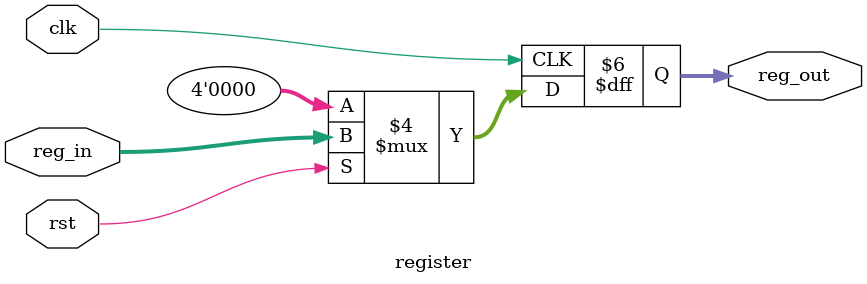
<source format=v>
`timescale 1ns/1ps

module register#(parameter WIDTH = 4) (
	output reg [WIDTH-1:0] reg_out,
	input [WIDTH-1:0] reg_in,
	input clk, rst
);

	always @ (posedge clk)
	if( !rst )
		reg_out <= 0;
	else
		reg_out <= reg_in;

endmodule

</source>
